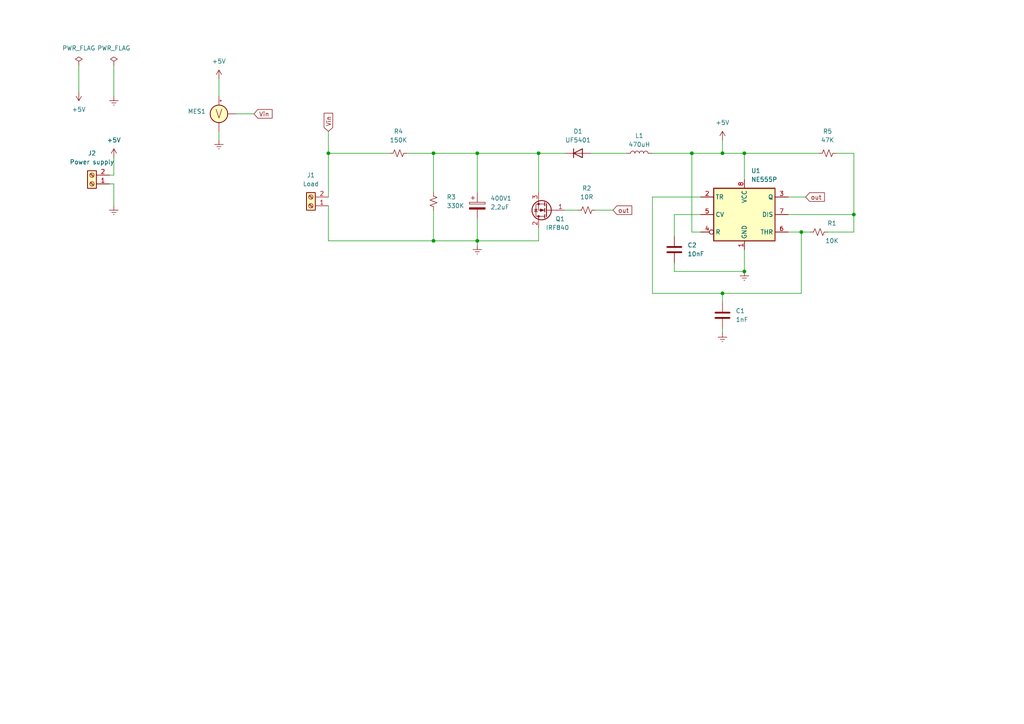
<source format=kicad_sch>
(kicad_sch (version 20230121) (generator eeschema)
  (paper "A4")
  (lib_symbols
    (symbol "Connector:Screw_Terminal_01x02" (pin_names (offset 1.016) hide)
      (property "Reference" "J" (at 0 2.54 0))
      (property "Value" "Screw_Terminal_01x02" (at 0 -5.08 0))
      (symbol "Screw_Terminal_01x02_1_1"
        (rectangle (start -1.27 1.27) (end 1.27 -3.81) (stroke (width 0.254)) (fill (type background)))
        (circle (center 0 -2.54) (radius 0.635) (stroke (width 0.1524)))
        (polyline (pts (xy -0.5334 -2.2098) (xy 0.3302 -3.048)) (stroke (width 0.1524)))
        (polyline (pts (xy -0.5334 0.3302) (xy 0.3302 -0.508)) (stroke (width 0.1524)))
        (polyline (pts (xy -0.3556 -2.032) (xy 0.508 -2.8702)) (stroke (width 0.1524)))
        (polyline (pts (xy -0.3556 0.508) (xy 0.508 -0.3302)) (stroke (width 0.1524)))
        (circle (center 0 0) (radius 0.635) (stroke (width 0.1524)))
        (pin passive line (at -5.08 0 0) (length 3.81) (name "Pin_1") (number "1"))
        (pin passive line (at -5.08 -2.54 0) (length 3.81) (name "Pin_2") (number "2"))
      )
    )
    (symbol "Device:C" (pin_numbers hide) (pin_names (offset 0.254))
      (property "Reference" "C" (at 0.635 2.54 0))
      (property "Value" "C" (at 0.635 -2.54 0))
      (symbol "C_0_1"
        (polyline (pts (xy -2.032 -0.762) (xy 2.032 -0.762)) (stroke (width 0.508)))
        (polyline (pts (xy -2.032 0.762) (xy 2.032 0.762)) (stroke (width 0.508)))
      )
      (symbol "C_1_1"
        (pin passive line (at 0 3.81 270) (length 2.794) (name "~") (number "1"))
        (pin passive line (at 0 -3.81 90) (length 2.794) (name "~") (number "2"))
      )
    )
    (symbol "Device:C_Polarized" (pin_numbers hide) (pin_names (offset 0.254))
      (property "Reference" "C" (at 0.635 2.54 0))
      (property "Value" "C_Polarized" (at 0.635 -2.54 0))
      (symbol "C_Polarized_0_1"
        (rectangle (start -2.286 0.508) (end 2.286 1.016))
        (polyline (pts (xy -1.778 2.286) (xy -0.762 2.286)))
        (polyline (pts (xy -1.27 2.794) (xy -1.27 1.778)))
        (rectangle (start 2.286 -0.508) (end -2.286 -1.016) (fill (type outline)))
      )
      (symbol "C_Polarized_1_1"
        (pin passive line (at 0 3.81 270) (length 2.794) (name "~") (number "1"))
        (pin passive line (at 0 -3.81 90) (length 2.794) (name "~") (number "2"))
      )
    )
    (symbol "Device:L" (pin_numbers hide) (pin_names (offset 1.016) hide)
      (property "Reference" "L" (at -1.27 0 90))
      (property "Value" "L" (at 1.905 0 90))
      (symbol "L_0_1"
        (arc (start 0 -2.54) (mid 0.6323 -1.905) (end 0 -1.27))
        (arc (start 0 -1.27) (mid 0.6323 -0.635) (end 0 0))
        (arc (start 0 0) (mid 0.6323 0.635) (end 0 1.27))
        (arc (start 0 1.27) (mid 0.6323 1.905) (end 0 2.54))
      )
      (symbol "L_1_1"
        (pin passive line (at 0 3.81 270) (length 1.27) (name "1") (number "1"))
        (pin passive line (at 0 -3.81 90) (length 1.27) (name "2") (number "2"))
      )
    )
    (symbol "Device:R_Small_US" (pin_numbers hide) (pin_names (offset 0.254) hide)
      (property "Reference" "R" (at 0.762 0.508 0))
      (property "Value" "R_Small_US" (at 0.762 -1.016 0))
      (symbol "R_Small_US_1_1"
        (polyline (pts (xy 0 0) (xy 1.016 -0.381) (xy 0 -0.762) (xy -1.016 -1.143) (xy 0 -1.524)))
        (polyline (pts (xy 0 1.524) (xy 1.016 1.143) (xy 0 0.762) (xy -1.016 0.381) (xy 0 0)))
        (pin passive line (at 0 2.54 270) (length 1.016) (name "~") (number "1"))
        (pin passive line (at 0 -2.54 90) (length 1.016) (name "~") (number "2"))
      )
    )
    (symbol "Diode:UF5401" (pin_numbers hide) (pin_names hide)
      (property "Reference" "D" (at 0 2.54 0))
      (property "Value" "UF5401" (at 0 -2.54 0))
      (symbol "UF5401_0_1"
        (polyline (pts (xy -1.27 1.27) (xy -1.27 -1.27)) (stroke (width 0.254)))
        (polyline (pts (xy 1.27 0) (xy -1.27 0)))
        (polyline (pts (xy 1.27 1.27) (xy 1.27 -1.27) (xy -1.27 0) (xy 1.27 1.27)) (stroke (width 0.254)))
      )
      (symbol "UF5401_1_1"
        (pin passive line (at -3.81 0 0) (length 2.54) (name "K") (number "1"))
        (pin passive line (at 3.81 0 180) (length 2.54) (name "A") (number "2"))
      )
    )
    (symbol "Simulation_SPICE:VOLTMETER_DIFF" (pin_numbers hide) (pin_names (offset 0.0254) hide) (in_bom no) (on_board no)
      (property "Reference" "MES?" (at -10.16 0 0))
      (symbol "VOLTMETER_DIFF_0_0"
        (text "V" (at 0 0 0) (effects (font (size 2.54 2.54))))
      )
      (symbol "VOLTMETER_DIFF_0_1"
        (polyline (pts (xy 0.254 3.81) (xy 0.762 3.81)))
        (polyline (pts (xy 0.508 4.064) (xy 0.508 3.556)))
        (circle (center 0 0) (radius 2.54) (stroke (width 0.254)) (fill (type background)))
      )
      (symbol "VOLTMETER_DIFF_1_1"
        (pin passive line (at 0 5.08 270) (length 2.54) (name "+") (number "1"))
        (pin passive line (at 0 -5.08 90) (length 2.54) (name "-") (number "2"))
        (pin output line (at 5.08 0 180) (length 2.54) (name "out") (number "3"))
      )
    )
    (symbol "Timer:NE555P"
      (property "Reference" "U" (at -10.16 8.89 0))
      (property "Value" "NE555P" (at 2.54 8.89 0))
      (symbol "NE555P_0_0"
        (pin power_in line (at 0 -10.16 90) (length 2.54) (name "GND") (number "1"))
        (pin power_in line (at 0 10.16 270) (length 2.54) (name "VCC") (number "8"))
      )
      (symbol "NE555P_0_1"
        (rectangle (start -8.89 -7.62) (end 8.89 7.62) (stroke (width 0.254)) (fill (type background)))
        (rectangle (start -8.89 -7.62) (end 8.89 7.62) (stroke (width 0.254)) (fill (type background)))
      )
      (symbol "NE555P_1_1"
        (pin input line (at -12.7 5.08 0) (length 3.81) (name "TR") (number "2"))
        (pin output line (at 12.7 5.08 180) (length 3.81) (name "Q") (number "3"))
        (pin input inverted (at -12.7 -5.08 0) (length 3.81) (name "R") (number "4"))
        (pin input line (at -12.7 0 0) (length 3.81) (name "CV") (number "5"))
        (pin input line (at 12.7 -5.08 180) (length 3.81) (name "THR") (number "6"))
        (pin input line (at 12.7 0 180) (length 3.81) (name "DIS") (number "7"))
      )
    )
    (symbol "Transistor_FET:IRF740" (pin_names hide)
      (property "Reference" "Q" (at 6.35 1.905 0))
      (property "Value" "IRF740" (at 6.35 0 0))
      (symbol "IRF740_0_1"
        (polyline (pts (xy 0.254 0) (xy -2.54 0)))
        (polyline (pts (xy 0.254 1.905) (xy 0.254 -1.905)) (stroke (width 0.254)))
        (polyline (pts (xy 0.762 -1.27) (xy 0.762 -2.286)) (stroke (width 0.254)))
        (polyline (pts (xy 0.762 0.508) (xy 0.762 -0.508)) (stroke (width 0.254)))
        (polyline (pts (xy 0.762 2.286) (xy 0.762 1.27)) (stroke (width 0.254)))
        (polyline (pts (xy 2.54 2.54) (xy 2.54 1.778)))
        (polyline (pts (xy 2.54 -2.54) (xy 2.54 0) (xy 0.762 0)))
        (polyline (pts (xy 0.762 -1.778) (xy 3.302 -1.778) (xy 3.302 1.778) (xy 0.762 1.778)))
        (polyline (pts (xy 1.016 0) (xy 2.032 0.381) (xy 2.032 -0.381) (xy 1.016 0)) (fill (type outline)))
        (polyline (pts (xy 2.794 0.508) (xy 2.921 0.381) (xy 3.683 0.381) (xy 3.81 0.254)))
        (polyline (pts (xy 3.302 0.381) (xy 2.921 -0.254) (xy 3.683 -0.254) (xy 3.302 0.381)))
        (circle (center 1.651 0) (radius 2.794) (stroke (width 0.254)))
        (circle (center 2.54 -1.778) (radius 0.254) (fill (type outline)))
        (circle (center 2.54 1.778) (radius 0.254) (fill (type outline)))
      )
      (symbol "IRF740_1_1"
        (pin input line (at -5.08 0 0) (length 2.54) (name "G") (number "1"))
        (pin passive line (at 2.54 5.08 270) (length 2.54) (name "D") (number "2"))
        (pin passive line (at 2.54 -5.08 90) (length 2.54) (name "S") (number "3"))
      )
    )
    (symbol "power:+5V" (power) (pin_names (offset 0))
      (property "Value" "+5V" (at 0 3.556 0))
      (symbol "+5V_0_1"
        (polyline (pts (xy -0.762 1.27) (xy 0 2.54)))
        (polyline (pts (xy 0 0) (xy 0 2.54)))
        (polyline (pts (xy 0 2.54) (xy 0.762 1.27)))
      )
      (symbol "+5V_1_1"
        (pin power_in line (at 0 0 90) (length 0) hide (name "+5V") (number "1"))
      )
    )
    (symbol "power:Earth" (power) (pin_names (offset 0))
      (symbol "Earth_0_1"
        (polyline (pts (xy -0.635 -1.905) (xy 0.635 -1.905)))
        (polyline (pts (xy -0.127 -2.54) (xy 0.127 -2.54)))
        (polyline (pts (xy 0 -1.27) (xy 0 0)))
        (polyline (pts (xy 1.27 -1.27) (xy -1.27 -1.27)))
      )
      (symbol "Earth_1_1"
        (pin power_in line (at 0 0 270) (length 0) hide (name "Earth") (number "1"))
      )
    )
    (symbol "power:PWR_FLAG" (power) (pin_numbers hide) (pin_names (offset 0) hide)
      (property "Value" "PWR_FLAG" (at 0 3.81 0))
      (symbol "PWR_FLAG_0_0"
        (pin power_out line (at 0 0 90) (length 0) (name "pwr") (number "1"))
      )
      (symbol "PWR_FLAG_0_1"
        (polyline (pts (xy 0 0) (xy 0 1.27) (xy -1.016 1.905) (xy 0 2.54) (xy 1.016 1.905) (xy 0 1.27)))
      )
    )
  )
  (junction (at 138.43 44.45))
  (junction (at 215.9 44.45))
  (junction (at 138.43 69.85))
  (junction (at 200.66 44.45))
  (junction (at 215.9 78.74))
  (junction (at 209.55 85.09))
  (junction (at 156.21 44.45))
  (junction (at 125.73 69.85))
  (junction (at 125.73 44.45))
  (junction (at 232.41 67.31))
  (junction (at 209.55 44.45))
  (junction (at 95.25 44.45))
  (junction (at 247.65 62.23))
  (wire (pts (xy 232.41 67.31) (xy 228.6 67.31)))
  (wire (pts (xy 195.58 78.74) (xy 215.9 78.74)))
  (wire (pts (xy 125.73 69.85) (xy 138.43 69.85)))
  (wire (pts (xy 95.25 69.85) (xy 125.73 69.85)))
  (wire (pts (xy 242.57 44.45) (xy 247.65 44.45)))
  (wire (pts (xy 203.2 62.23) (xy 195.58 62.23)))
  (wire (pts (xy 189.23 44.45) (xy 200.66 44.45)))
  (wire (pts (xy 200.66 44.45) (xy 209.55 44.45)))
  (wire (pts (xy 68.58 33.02) (xy 73.66 33.02)))
  (wire (pts (xy 232.41 67.31) (xy 234.95 67.31)))
  (wire (pts (xy 113.03 44.45) (xy 95.25 44.45)))
  (wire (pts (xy 22.86 19.05) (xy 22.86 26.67)))
  (wire (pts (xy 138.43 55.88) (xy 138.43 44.45)))
  (wire (pts (xy 163.83 60.96) (xy 167.64 60.96)))
  (wire (pts (xy 209.55 95.25) (xy 209.55 96.52)))
  (wire (pts (xy 95.25 59.69) (xy 95.25 69.85)))
  (wire (pts (xy 156.21 44.45) (xy 163.83 44.45)))
  (wire (pts (xy 215.9 44.45) (xy 215.9 52.07)))
  (wire (pts (xy 228.6 57.15) (xy 233.68 57.15)))
  (wire (pts (xy 209.55 85.09) (xy 232.41 85.09)))
  (wire (pts (xy 200.66 67.31) (xy 200.66 44.45)))
  (wire (pts (xy 125.73 44.45) (xy 138.43 44.45)))
  (wire (pts (xy 63.5 22.86) (xy 63.5 27.94)))
  (wire (pts (xy 209.55 40.64) (xy 209.55 44.45)))
  (wire (pts (xy 189.23 57.15) (xy 189.23 85.09)))
  (wire (pts (xy 189.23 85.09) (xy 209.55 85.09)))
  (wire (pts (xy 118.11 44.45) (xy 125.73 44.45)))
  (wire (pts (xy 240.03 67.31) (xy 247.65 67.31)))
  (wire (pts (xy 138.43 44.45) (xy 156.21 44.45)))
  (wire (pts (xy 209.55 44.45) (xy 215.9 44.45)))
  (wire (pts (xy 138.43 71.12) (xy 138.43 69.85)))
  (wire (pts (xy 232.41 85.09) (xy 232.41 67.31)))
  (wire (pts (xy 203.2 57.15) (xy 189.23 57.15)))
  (wire (pts (xy 63.5 38.1) (xy 63.5 40.64)))
  (wire (pts (xy 95.25 44.45) (xy 95.25 57.15)))
  (wire (pts (xy 195.58 62.23) (xy 195.58 68.58)))
  (wire (pts (xy 209.55 85.09) (xy 209.55 87.63)))
  (wire (pts (xy 33.02 50.8) (xy 33.02 45.72)))
  (wire (pts (xy 203.2 67.31) (xy 200.66 67.31)))
  (wire (pts (xy 195.58 76.2) (xy 195.58 78.74)))
  (wire (pts (xy 247.65 62.23) (xy 228.6 62.23)))
  (wire (pts (xy 125.73 60.96) (xy 125.73 69.85)))
  (wire (pts (xy 215.9 72.39) (xy 215.9 78.74)))
  (wire (pts (xy 125.73 55.88) (xy 125.73 44.45)))
  (wire (pts (xy 138.43 63.5) (xy 138.43 69.85)))
  (wire (pts (xy 31.75 50.8) (xy 33.02 50.8)))
  (wire (pts (xy 215.9 44.45) (xy 237.49 44.45)))
  (wire (pts (xy 33.02 19.05) (xy 33.02 27.94)))
  (wire (pts (xy 138.43 69.85) (xy 156.21 69.85)))
  (wire (pts (xy 156.21 66.04) (xy 156.21 69.85)))
  (wire (pts (xy 172.72 60.96) (xy 177.8 60.96)))
  (wire (pts (xy 247.65 44.45) (xy 247.65 62.23)))
  (wire (pts (xy 247.65 67.31) (xy 247.65 62.23)))
  (wire (pts (xy 31.75 53.34) (xy 33.02 53.34)))
  (wire (pts (xy 171.45 44.45) (xy 181.61 44.45)))
  (wire (pts (xy 95.25 38.1) (xy 95.25 44.45)))
  (wire (pts (xy 156.21 44.45) (xy 156.21 55.88)))
  (wire (pts (xy 33.02 53.34) (xy 33.02 59.69)))
  (global_label "Vin" (shape input) (at 73.66 33.02 0) (property "Intersheetrefs" "${INTERSHEET_REFS}" (effects hide)))
  (global_label "Vin" (shape input) (at 95.25 38.1 90) (property "Intersheetrefs" "${INTERSHEET_REFS}" (effects hide)))
  (global_label "out" (shape input) (at 233.68 57.15 0) (property "Intersheetrefs" "${INTERSHEET_REFS}" (effects hide)))
  (global_label "out" (shape input) (at 177.8 60.96 0) (property "Intersheetrefs" "${INTERSHEET_REFS}" (effects hide)))
  (symbol (lib_id "Connector:Screw_Terminal_01x02") (at 26.67 53.34 180) (unit 1)
    (property "Reference" "J2" (at 26.67 44.45 0))
    (property "Value" "Power supply" (at 26.67 46.99 0))
    (property "Footprint" "TerminalBlock:TerminalBlock_bornier-2_P5.08mm" (effects hide))
  )
  (symbol (lib_id "power:+5V") (at 33.02 45.72 0) (unit 1)
    (property "Reference" "#PWR09" (effects hide))
    (property "Value" "+5V" (at 33.02 40.64 0))
  )
  (symbol (lib_id "Transistor_FET:IRF740") (at 158.75 60.96 180) (unit 1)
    (property "Reference" "Q1" (at 163.83 63.5 0) (effects (justify left)))
    (property "Value" "IRF840" (at 165.1 66.04 0) (effects (justify left)))
    (property "Footprint" "Package_TO_SOT_THT:TO-220-3_Vertical" (effects hide))
    (property "Datasheet" "http://www.vishay.com/docs/91054/91054.pdf" (effects hide))
  )
  (symbol (lib_id "Device:R_Small_US") (at 237.49 67.31 90) (unit 1)
    (property "Reference" "R1" (at 241.3 64.77 90))
    (property "Value" "10K" (at 241.3 69.85 90))
    (property "Footprint" "Resistor_THT:R_Axial_DIN0411_L9.9mm_D3.6mm_P12.70mm_Horizontal" (effects hide))
    (property "Datasheet" "1" (effects hide))
  )
  (symbol (lib_id "Device:R_Small_US") (at 240.03 44.45 90) (unit 1)
    (property "Reference" "R5" (at 240.03 38.1 90))
    (property "Value" "47K" (at 240.03 40.64 90))
    (property "Footprint" "Resistor_THT:R_Axial_DIN0411_L9.9mm_D3.6mm_P12.70mm_Horizontal" (effects hide))
    (property "Datasheet" "1" (effects hide))
  )
  (symbol (lib_id "Connector:Screw_Terminal_01x02") (at 90.17 59.69 180) (unit 1)
    (property "Reference" "J1" (at 90.17 50.8 0))
    (property "Value" "Load" (at 90.17 53.34 0))
    (property "Footprint" "TerminalBlock:TerminalBlock_bornier-2_P5.08mm" (effects hide))
  )
  (symbol (lib_id "Simulation_SPICE:VOLTMETER_DIFF") (at 63.5 33.02 0) (unit 1) (in_bom no) (on_board no)
    (property "Reference" "MES1" (at 59.69 32.3215 0) (effects (justify right)))
    (property "Value" "VOLTMETER_DIFF" (effects hide))
    (property "Datasheet" "https://ngspice.sourceforge.io/docs/ngspice-manual.pdf" (effects hide))
    (property "Sim.Name" "kicad_builtin_vdiff" (effects hide))
    (property "Sim.Device" "SUBCKT" (effects hide))
    (property "Sim.Pins" "1=1 2=2 3=3" (effects hide))
    (property "Sim.Library" "${KICAD7_SYMBOL_DIR}/Simulation_SPICE.sp" (effects hide))
  )
  (symbol (lib_id "Device:R_Small_US") (at 170.18 60.96 90) (unit 1)
    (property "Reference" "R2" (at 170.18 54.61 90))
    (property "Value" "10R" (at 170.18 57.15 90))
    (property "Footprint" "Resistor_THT:R_Axial_DIN0411_L9.9mm_D3.6mm_P12.70mm_Horizontal" (effects hide))
    (property "Datasheet" "1" (effects hide))
  )
  (symbol (lib_id "power:Earth") (at 33.02 27.94 0) (unit 1)
    (property "Reference" "#PWR08" (effects hide))
    (property "Value" "Earth" (effects hide))
  )
  (symbol (lib_id "power:Earth") (at 209.55 96.52 0) (unit 1)
    (property "Reference" "#PWR05" (effects hide))
    (property "Value" "Earth" (effects hide))
  )
  (symbol (lib_id "Device:C_Polarized") (at 138.43 59.69 0) (unit 1)
    (property "Reference" "400V1" (at 142.24 57.531 0) (effects (justify left)))
    (property "Value" "2,2uF" (at 142.24 60.071 0) (effects (justify left)))
    (property "Footprint" "Capacitor_THT:CP_Radial_D13.0mm_P7.50mm" (effects hide))
  )
  (symbol (lib_id "power:+5V") (at 63.5 22.86 0) (unit 1)
    (property "Reference" "#PWR06" (effects hide))
    (property "Value" "+5V" (at 63.5 17.78 0))
  )
  (symbol (lib_id "power:Earth") (at 33.02 59.69 0) (unit 1)
    (property "Reference" "#PWR010" (effects hide))
    (property "Value" "Earth" (effects hide))
  )
  (symbol (lib_id "Device:L") (at 185.42 44.45 90) (unit 1)
    (property "Reference" "L1" (at 185.42 39.37 90))
    (property "Value" "470uH" (at 185.42 41.91 90))
    (property "Footprint" "Inductor_THT:L_Axial_L9.5mm_D4.0mm_P15.24mm_Horizontal_Fastron_SMCC" (effects hide))
  )
  (symbol (lib_id "power:PWR_FLAG") (at 22.86 19.05 0) (unit 1)
    (property "Reference" "#FLG01" (effects hide))
    (property "Value" "PWR_FLAG" (at 22.86 13.97 0))
  )
  (symbol (lib_id "power:Earth") (at 215.9 78.74 0) (unit 1)
    (property "Reference" "#PWR03" (effects hide))
    (property "Value" "Earth" (effects hide))
  )
  (symbol (lib_id "Device:R_Small_US") (at 125.73 58.42 0) (unit 1)
    (property "Reference" "R3" (at 129.54 57.15 0) (effects (justify left)))
    (property "Value" "330K" (at 129.54 59.69 0) (effects (justify left)))
    (property "Footprint" "Resistor_THT:R_Axial_DIN0411_L9.9mm_D3.6mm_P12.70mm_Horizontal" (effects hide))
    (property "Datasheet" "1" (effects hide))
  )
  (symbol (lib_id "Device:C") (at 195.58 72.39 0) (unit 1)
    (property "Reference" "C2" (at 199.39 71.12 0) (effects (justify left)))
    (property "Value" "10nF" (at 199.39 73.66 0) (effects (justify left)))
    (property "Footprint" "Capacitor_THT:C_Disc_D7.5mm_W5.0mm_P10.00mm" (effects hide))
  )
  (symbol (lib_id "power:Earth") (at 63.5 40.64 0) (unit 1)
    (property "Reference" "#PWR01" (effects hide))
    (property "Value" "Earth" (effects hide))
  )
  (symbol (lib_id "power:+5V") (at 209.55 40.64 0) (unit 1)
    (property "Reference" "#PWR02" (effects hide))
    (property "Value" "+5V" (at 209.55 35.56 0))
  )
  (symbol (lib_id "power:+5V") (at 22.86 26.67 180) (unit 1)
    (property "Reference" "#PWR07" (effects hide))
    (property "Value" "+5V" (at 22.86 31.75 0))
  )
  (symbol (lib_id "Device:C") (at 209.55 91.44 180) (unit 1)
    (property "Reference" "C1" (at 213.36 90.17 0) (effects (justify right)))
    (property "Value" "1nF" (at 213.36 92.71 0) (effects (justify right)))
    (property "Footprint" "Capacitor_THT:C_Disc_D7.5mm_W5.0mm_P7.50mm" (effects hide))
  )
  (symbol (lib_id "Diode:UF5401") (at 167.64 44.45 0) (unit 1)
    (property "Reference" "D1" (at 167.64 38.1 0))
    (property "Value" "UF5401" (at 167.64 40.64 0))
    (property "Footprint" "Diode_THT:D_DO-201AD_P15.24mm_Horizontal" (effects hide))
    (property "Datasheet" "http://www.vishay.com/docs/88756/uf5400.pdf" (effects hide))
    (property "Sim.Device" "D" (effects hide))
    (property "Sim.Pins" "1=K 2=A" (effects hide))
  )
  (symbol (lib_id "Device:R_Small_US") (at 115.57 44.45 90) (unit 1)
    (property "Reference" "R4" (at 115.57 38.1 90))
    (property "Value" "150K" (at 115.57 40.64 90))
    (property "Footprint" "Resistor_THT:R_Axial_DIN0411_L9.9mm_D3.6mm_P12.70mm_Horizontal" (effects hide))
    (property "Datasheet" "1" (effects hide))
  )
  (symbol (lib_id "power:PWR_FLAG") (at 33.02 19.05 0) (unit 1)
    (property "Reference" "#FLG02" (effects hide))
    (property "Value" "PWR_FLAG" (at 33.02 13.97 0))
  )
  (symbol (lib_id "Timer:NE555P") (at 215.9 62.23 0) (unit 1)
    (property "Reference" "U1" (at 217.8559 49.53 0) (effects (justify left)))
    (property "Value" "NE555P" (at 217.8559 52.07 0) (effects (justify left)))
    (property "Footprint" "Package_DIP:DIP-8_W7.62mm" (effects hide))
    (property "Datasheet" "http://www.ti.com/lit/ds/symlink/ne555.pdf" (effects hide))
  )
  (symbol (lib_id "power:Earth") (at 138.43 71.12 0) (unit 1)
    (property "Reference" "#PWR04" (effects hide))
    (property "Value" "Earth" (effects hide))
  )
)
</source>
